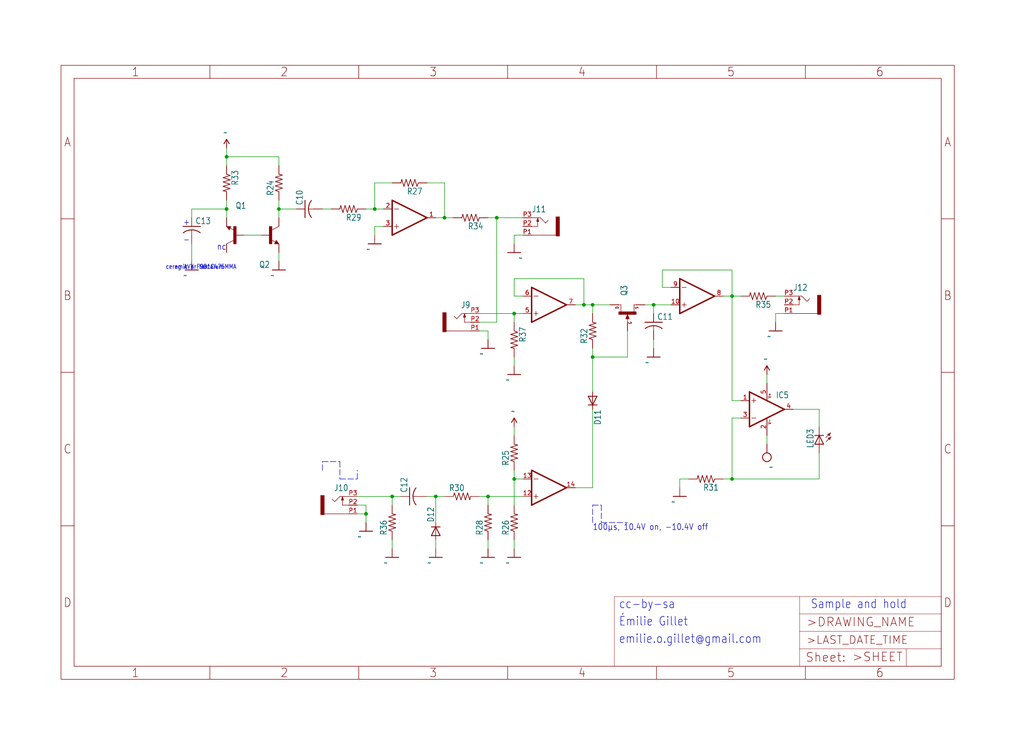
<source format=kicad_sch>
(kicad_sch (version 20211123) (generator eeschema)
  (paper "User" 298.45 217.881)
  (lib_symbols
    (symbol "kinks-eagle-import:-NPN-SOT23-BEC"
      (property "Reference" "T" (at -10.16 7.62 0))
      (property "Value" "-NPN-SOT23-BEC" (at -10.16 5.08 0))
      (symbol "-NPN-SOT23-BEC_1_0"
        (rectangle (start -0.254 -2.54) (end 0.508 2.54) (fill (type outline)))
        (polyline (pts (xy 1.27 -2.54) (xy 1.778 -1.524)) (stroke (width 0.1524)))
        (polyline (pts (xy 1.524 -2.413) (xy 2.286 -2.413)) (stroke (width 0.254)))
        (polyline (pts (xy 1.524 -2.286) (xy 1.905 -2.286)) (stroke (width 0.254)))
        (polyline (pts (xy 1.54 -2.04) (xy 0.308 -1.424)) (stroke (width 0.1524)))
        (polyline (pts (xy 1.778 -1.778) (xy 1.524 -2.286)) (stroke (width 0.254)))
        (polyline (pts (xy 1.778 -1.524) (xy 2.54 -2.54)) (stroke (width 0.1524)))
        (polyline (pts (xy 1.905 -2.286) (xy 1.778 -2.032)) (stroke (width 0.254)))
        (polyline (pts (xy 2.286 -2.413) (xy 1.778 -1.778)) (stroke (width 0.254)))
        (polyline (pts (xy 2.54 -2.54) (xy 1.27 -2.54)) (stroke (width 0.1524)))
        (polyline (pts (xy 2.54 2.54) (xy 0.508 1.524)) (stroke (width 0.1524)))
        (pin passive line (at -2.54 0 0) (length 2.54) (name "B") (number "B"))
        (pin passive line (at 2.54 5.08 270) (length 2.54) (name "C") (number "C"))
        (pin passive line (at 2.54 -5.08 90) (length 2.54) (name "E") (number "E"))
      )
    )
    (symbol "kinks-eagle-import:A4L-LOC"
      (symbol "A4L-LOC_1_0"
        (polyline (pts (xy 0 44.7675) (xy 3.81 44.7675)))
        (polyline (pts (xy 0 89.535) (xy 3.81 89.535)))
        (polyline (pts (xy 0 134.3025) (xy 3.81 134.3025)))
        (polyline (pts (xy 3.81 3.81) (xy 3.81 175.26)))
        (polyline (pts (xy 43.3917 0) (xy 43.3917 3.81)))
        (polyline (pts (xy 43.3917 175.26) (xy 43.3917 179.07)))
        (polyline (pts (xy 86.7833 0) (xy 86.7833 3.81)))
        (polyline (pts (xy 86.7833 175.26) (xy 86.7833 179.07)))
        (polyline (pts (xy 130.175 0) (xy 130.175 3.81)))
        (polyline (pts (xy 130.175 175.26) (xy 130.175 179.07)))
        (polyline (pts (xy 161.29 3.81) (xy 161.29 24.13)) (stroke (width 0.1016)))
        (polyline (pts (xy 161.29 24.13) (xy 215.265 24.13)) (stroke (width 0.1016)))
        (polyline (pts (xy 173.5667 0) (xy 173.5667 3.81)))
        (polyline (pts (xy 173.5667 175.26) (xy 173.5667 179.07)))
        (polyline (pts (xy 215.265 8.89) (xy 215.265 3.81)) (stroke (width 0.1016)))
        (polyline (pts (xy 215.265 8.89) (xy 215.265 13.97)) (stroke (width 0.1016)))
        (polyline (pts (xy 215.265 13.97) (xy 215.265 19.05)) (stroke (width 0.1016)))
        (polyline (pts (xy 215.265 13.97) (xy 256.54 13.97)) (stroke (width 0.1016)))
        (polyline (pts (xy 215.265 19.05) (xy 215.265 24.13)) (stroke (width 0.1016)))
        (polyline (pts (xy 215.265 19.05) (xy 256.54 19.05)) (stroke (width 0.1016)))
        (polyline (pts (xy 215.265 24.13) (xy 256.54 24.13)) (stroke (width 0.1016)))
        (polyline (pts (xy 216.9583 0) (xy 216.9583 3.81)))
        (polyline (pts (xy 216.9583 175.26) (xy 216.9583 179.07)))
        (polyline (pts (xy 246.38 3.81) (xy 246.38 8.89)) (stroke (width 0.1016)))
        (polyline (pts (xy 246.38 8.89) (xy 215.265 8.89)) (stroke (width 0.1016)))
        (polyline (pts (xy 246.38 8.89) (xy 256.54 8.89)) (stroke (width 0.1016)))
        (polyline (pts (xy 256.54 3.81) (xy 3.81 3.81)))
        (polyline (pts (xy 256.54 3.81) (xy 256.54 8.89)) (stroke (width 0.1016)))
        (polyline (pts (xy 256.54 3.81) (xy 256.54 175.26)))
        (polyline (pts (xy 256.54 8.89) (xy 256.54 13.97)) (stroke (width 0.1016)))
        (polyline (pts (xy 256.54 13.97) (xy 256.54 19.05)) (stroke (width 0.1016)))
        (polyline (pts (xy 256.54 19.05) (xy 256.54 24.13)) (stroke (width 0.1016)))
        (polyline (pts (xy 256.54 44.7675) (xy 260.35 44.7675)))
        (polyline (pts (xy 256.54 89.535) (xy 260.35 89.535)))
        (polyline (pts (xy 256.54 134.3025) (xy 260.35 134.3025)))
        (polyline (pts (xy 256.54 175.26) (xy 3.81 175.26)))
        (polyline (pts (xy 0 0) (xy 260.35 0) (xy 260.35 179.07) (xy 0 179.07) (xy 0 0)))
        (text "1" (at 21.6958 1.905 0) (effects (font (size 2.54 2.286))))
        (text "1" (at 21.6958 177.165 0) (effects (font (size 2.54 2.286))))
        (text "2" (at 65.0875 1.905 0) (effects (font (size 2.54 2.286))))
        (text "2" (at 65.0875 177.165 0) (effects (font (size 2.54 2.286))))
        (text "3" (at 108.4792 1.905 0) (effects (font (size 2.54 2.286))))
        (text "3" (at 108.4792 177.165 0) (effects (font (size 2.54 2.286))))
        (text "4" (at 151.8708 1.905 0) (effects (font (size 2.54 2.286))))
        (text "4" (at 151.8708 177.165 0) (effects (font (size 2.54 2.286))))
        (text "5" (at 195.2625 1.905 0) (effects (font (size 2.54 2.286))))
        (text "5" (at 195.2625 177.165 0) (effects (font (size 2.54 2.286))))
        (text "6" (at 238.6542 1.905 0) (effects (font (size 2.54 2.286))))
        (text "6" (at 238.6542 177.165 0) (effects (font (size 2.54 2.286))))
        (text ">DRAWING_NAME" (at 217.17 15.24 0) (effects (font (size 2.54 2.54)) (justify left bottom)))
        (text ">LAST_DATE_TIME" (at 217.17 10.16 0) (effects (font (size 2.286 2.286)) (justify left bottom)))
        (text ">SHEET" (at 230.505 5.08 0) (effects (font (size 2.54 2.54)) (justify left bottom)))
        (text "A" (at 1.905 156.6863 0) (effects (font (size 2.54 2.286))))
        (text "A" (at 258.445 156.6863 0) (effects (font (size 2.54 2.286))))
        (text "B" (at 1.905 111.9188 0) (effects (font (size 2.54 2.286))))
        (text "B" (at 258.445 111.9188 0) (effects (font (size 2.54 2.286))))
        (text "C" (at 1.905 67.1513 0) (effects (font (size 2.54 2.286))))
        (text "C" (at 258.445 67.1513 0) (effects (font (size 2.54 2.286))))
        (text "D" (at 1.905 22.3838 0) (effects (font (size 2.54 2.286))))
        (text "D" (at 258.445 22.3838 0) (effects (font (size 2.54 2.286))))
        (text "Sheet:" (at 216.916 4.953 0) (effects (font (size 2.54 2.54)) (justify left bottom)))
      )
    )
    (symbol "kinks-eagle-import:C-USC0402"
      (property "Reference" "C" (at 1.016 0.635 0))
      (property "Value" "C-USC0402" (at 1.016 -4.191 0))
      (symbol "C-USC0402_1_0"
        (arc (start 0 -1.0161) (mid -1.302 -1.2303) (end -2.4668 -1.8504) (stroke (width 0.254)))
        (polyline (pts (xy -2.54 0) (xy 2.54 0)) (stroke (width 0.254)))
        (polyline (pts (xy 0 -1.016) (xy 0 -2.54)) (stroke (width 0.1524)))
        (arc (start 2.4892 -1.8542) (mid 1.3158 -1.2195) (end 0 -1) (stroke (width 0.254)))
        (pin passive line (at 0 2.54 270) (length 2.54) (name "1") (number "1"))
        (pin passive line (at 0 -5.08 90) (length 2.54) (name "2") (number "2"))
      )
    )
    (symbol "kinks-eagle-import:C-USC0603"
      (property "Reference" "C" (at 1.016 0.635 0))
      (property "Value" "C-USC0603" (at 1.016 -4.191 0))
      (symbol "C-USC0603_1_0"
        (arc (start 0 -1.0161) (mid -1.302 -1.2303) (end -2.4668 -1.8504) (stroke (width 0.254)))
        (polyline (pts (xy -2.54 0) (xy 2.54 0)) (stroke (width 0.254)))
        (polyline (pts (xy 0 -1.016) (xy 0 -2.54)) (stroke (width 0.1524)))
        (arc (start 2.4892 -1.8542) (mid 1.3158 -1.2195) (end 0 -1) (stroke (width 0.254)))
        (pin passive line (at 0 2.54 270) (length 2.54) (name "1") (number "1"))
        (pin passive line (at 0 -5.08 90) (length 2.54) (name "2") (number "2"))
      )
    )
    (symbol "kinks-eagle-import:DIODE-SOD523"
      (property "Reference" "D" (at 2.54 0.4826 0))
      (property "Value" "DIODE-SOD523" (at 2.54 -2.3114 0))
      (symbol "DIODE-SOD523_1_0"
        (polyline (pts (xy -1.27 -1.27) (xy 1.27 0)) (stroke (width 0.254)))
        (polyline (pts (xy -1.27 1.27) (xy -1.27 -1.27)) (stroke (width 0.254)))
        (polyline (pts (xy 1.27 0) (xy -1.27 1.27)) (stroke (width 0.254)))
        (polyline (pts (xy 1.27 0) (xy 1.27 -1.27)) (stroke (width 0.254)))
        (polyline (pts (xy 1.27 1.27) (xy 1.27 0)) (stroke (width 0.254)))
        (pin passive line (at -2.54 0 0) (length 2.54) (name "A") (number "A"))
        (pin passive line (at 2.54 0 180) (length 2.54) (name "C") (number "C"))
      )
    )
    (symbol "kinks-eagle-import:GND" (power)
      (property "Value" "GND" (at -2.54 -2.54 0))
      (symbol "GND_1_0"
        (polyline (pts (xy -1.905 0) (xy 1.905 0)) (stroke (width 0.254)))
        (pin power_in line (at 0 2.54 270) (length 2.54) (name "GND") (number "1"))
      )
    )
    (symbol "kinks-eagle-import:LED3MM"
      (property "Reference" "LED" (at 3.556 -4.572 90))
      (property "Value" "LED3MM" (at 5.715 -4.572 90))
      (symbol "LED3MM_1_0"
        (polyline (pts (xy -2.032 -0.762) (xy -3.429 -2.159)) (stroke (width 0.1524)))
        (polyline (pts (xy -1.905 -1.905) (xy -3.302 -3.302)) (stroke (width 0.1524)))
        (polyline (pts (xy 0 -2.54) (xy -1.27 -2.54)) (stroke (width 0.254)))
        (polyline (pts (xy 0 -2.54) (xy -1.27 0)) (stroke (width 0.254)))
        (polyline (pts (xy 0 0) (xy -1.27 0)) (stroke (width 0.254)))
        (polyline (pts (xy 0 0) (xy 0 -2.54)) (stroke (width 0.1524)))
        (polyline (pts (xy 1.27 -2.54) (xy 0 -2.54)) (stroke (width 0.254)))
        (polyline (pts (xy 1.27 0) (xy 0 -2.54)) (stroke (width 0.254)))
        (polyline (pts (xy 1.27 0) (xy 0 0)) (stroke (width 0.254)))
        (polyline (pts (xy -3.429 -2.159) (xy -3.048 -1.27) (xy -2.54 -1.778)) (fill (type outline)))
        (polyline (pts (xy -3.302 -3.302) (xy -2.921 -2.413) (xy -2.413 -2.921)) (fill (type outline)))
        (pin passive line (at 0 2.54 270) (length 2.54) (name "A") (number "A"))
        (pin passive line (at 0 -5.08 90) (length 2.54) (name "C") (number "K"))
      )
    )
    (symbol "kinks-eagle-import:LM321?MF"
      (property "Reference" "IC" (at 2.54 3.175 0))
      (property "Value" "LM321?MF" (at 2.54 -5.08 0))
      (symbol "LM321?MF_1_0"
        (polyline (pts (xy -5.08 -5.08) (xy 5.08 0)) (stroke (width 0.4064)))
        (polyline (pts (xy -5.08 5.08) (xy -5.08 -5.08)) (stroke (width 0.4064)))
        (polyline (pts (xy -4.445 -2.54) (xy -3.175 -2.54)) (stroke (width 0.1524)))
        (polyline (pts (xy -4.445 2.54) (xy -3.175 2.54)) (stroke (width 0.1524)))
        (polyline (pts (xy -3.81 3.175) (xy -3.81 1.905)) (stroke (width 0.1524)))
        (polyline (pts (xy 5.08 0) (xy -5.08 5.08)) (stroke (width 0.4064)))
        (text "V+" (at 1.27 3.175 900) (effects (font (size 0.8128 0.6908)) (justify left bottom)))
        (text "V-" (at 1.27 -4.445 900) (effects (font (size 0.8128 0.6908)) (justify left bottom)))
        (pin input line (at -7.62 2.54 0) (length 2.54) (name "+IN") (number "1"))
        (pin power_in line (at 0 -7.62 90) (length 5.08) (name "V-") (number "2"))
        (pin input line (at -7.62 -2.54 0) (length 2.54) (name "-IN") (number "3"))
        (pin output line (at 7.62 0 180) (length 2.54) (name "OUT") (number "4"))
        (pin power_in line (at 0 7.62 270) (length 5.08) (name "V+") (number "5"))
      )
    )
    (symbol "kinks-eagle-import:MMBFJ3"
      (property "Reference" "Q" (at 5.08 0 0))
      (property "Value" "MMBFJ3" (at 5.08 -2.54 0))
      (symbol "MMBFJ3_1_0"
        (rectangle (start -0.254 -2.54) (end 0.508 2.54) (fill (type outline)))
        (polyline (pts (xy -2.54 0) (xy -0.762 0)) (stroke (width 0.1524)))
        (polyline (pts (xy -1.524 -0.508) (xy -0.254 0)) (stroke (width 0.1524)))
        (polyline (pts (xy -1.524 0.508) (xy -1.524 -0.508)) (stroke (width 0.1524)))
        (polyline (pts (xy -1.397 -0.254) (xy -0.762 0)) (stroke (width 0.3048)))
        (polyline (pts (xy -1.397 0.254) (xy -1.397 -0.254)) (stroke (width 0.3048)))
        (polyline (pts (xy -0.762 0) (xy -0.635 0)) (stroke (width 0.1524)))
        (polyline (pts (xy -0.635 0) (xy -1.397 0.254)) (stroke (width 0.3048)))
        (polyline (pts (xy -0.635 0) (xy -0.254 0)) (stroke (width 0.1524)))
        (polyline (pts (xy -0.254 0) (xy -1.524 0.508)) (stroke (width 0.1524)))
        (polyline (pts (xy 2.54 -2.54) (xy 2.54 -1.905)) (stroke (width 0.1524)))
        (polyline (pts (xy 2.54 -1.905) (xy 0.5334 -1.905)) (stroke (width 0.1524)))
        (polyline (pts (xy 2.54 1.905) (xy 0.508 1.905)) (stroke (width 0.1524)))
        (polyline (pts (xy 2.54 2.667) (xy 2.54 1.905)) (stroke (width 0.1524)))
        (text "D" (at 1.27 2.54 0) (effects (font (size 0.8128 0.6908)) (justify left bottom)))
        (text "G" (at -3.175 -1.27 0) (effects (font (size 0.8128 0.6908)) (justify left bottom)))
        (text "S" (at 1.27 -3.175 0) (effects (font (size 0.8128 0.6908)) (justify left bottom)))
        (pin passive line (at 2.54 5.08 270) (length 2.54) (name "D") (number "1"))
        (pin passive line (at 2.54 -5.08 90) (length 2.54) (name "S") (number "2"))
        (pin passive line (at -5.08 0 0) (length 2.54) (name "G") (number "3"))
      )
    )
    (symbol "kinks-eagle-import:PJ301_THONKICONN6"
      (property "Reference" "J" (at -2.54 4.064 0))
      (symbol "PJ301_THONKICONN6_1_0"
        (polyline (pts (xy -2.54 -2.54) (xy 4.572 -2.54)) (stroke (width 0.1524)))
        (polyline (pts (xy -2.54 0) (xy -0.762 0)) (stroke (width 0.1524)))
        (polyline (pts (xy -2.54 2.54) (xy 0 2.54)) (stroke (width 0.1524)))
        (polyline (pts (xy -1.016 1.524) (xy -0.508 1.524)) (stroke (width 0.254)))
        (polyline (pts (xy -0.762 0) (xy -0.762 2.286)) (stroke (width 0.1524)))
        (polyline (pts (xy -0.762 2.286) (xy -1.016 1.524)) (stroke (width 0.254)))
        (polyline (pts (xy -0.508 1.524) (xy -0.762 2.286)) (stroke (width 0.254)))
        (polyline (pts (xy 0 2.54) (xy 1.524 1.016)) (stroke (width 0.1524)))
        (polyline (pts (xy 1.524 1.016) (xy 2.286 1.778)) (stroke (width 0.1524)))
        (rectangle (start 4.572 2.794) (end 5.588 -2.794) (fill (type outline)))
        (pin passive line (at -5.08 -2.54 0) (length 2.54) (name "1") (number "P1"))
        (pin passive line (at -5.08 0 0) (length 2.54) (name "2") (number "P2"))
        (pin passive line (at -5.08 2.54 0) (length 2.54) (name "3") (number "P3"))
      )
    )
    (symbol "kinks-eagle-import:R-US_R0402"
      (property "Reference" "R" (at -3.81 1.4986 0))
      (property "Value" "R-US_R0402" (at -3.81 -3.302 0))
      (symbol "R-US_R0402_1_0"
        (polyline (pts (xy -2.54 0) (xy -2.159 1.016)) (stroke (width 0.2032)))
        (polyline (pts (xy -2.159 1.016) (xy -1.524 -1.016)) (stroke (width 0.2032)))
        (polyline (pts (xy -1.524 -1.016) (xy -0.889 1.016)) (stroke (width 0.2032)))
        (polyline (pts (xy -0.889 1.016) (xy -0.254 -1.016)) (stroke (width 0.2032)))
        (polyline (pts (xy -0.254 -1.016) (xy 0.381 1.016)) (stroke (width 0.2032)))
        (polyline (pts (xy 0.381 1.016) (xy 1.016 -1.016)) (stroke (width 0.2032)))
        (polyline (pts (xy 1.016 -1.016) (xy 1.651 1.016)) (stroke (width 0.2032)))
        (polyline (pts (xy 1.651 1.016) (xy 2.286 -1.016)) (stroke (width 0.2032)))
        (polyline (pts (xy 2.286 -1.016) (xy 2.54 0)) (stroke (width 0.2032)))
        (pin passive line (at -5.08 0 0) (length 2.54) (name "1") (number "1"))
        (pin passive line (at 5.08 0 180) (length 2.54) (name "2") (number "2"))
      )
    )
    (symbol "kinks-eagle-import:TL074PW"
      (symbol "TL074PW_1_0"
        (polyline (pts (xy -5.08 -5.08) (xy 5.08 0)) (stroke (width 0.4064)))
        (polyline (pts (xy -5.08 5.08) (xy -5.08 -5.08)) (stroke (width 0.4064)))
        (polyline (pts (xy -4.445 -2.54) (xy -3.175 -2.54)) (stroke (width 0.1524)))
        (polyline (pts (xy -4.445 2.54) (xy -3.175 2.54)) (stroke (width 0.1524)))
        (polyline (pts (xy -3.81 3.175) (xy -3.81 1.905)) (stroke (width 0.1524)))
        (polyline (pts (xy 5.08 0) (xy -5.08 5.08)) (stroke (width 0.4064)))
        (pin output line (at 7.62 0 180) (length 2.54) (name "OUT") (number "1"))
        (pin input line (at -7.62 -2.54 0) (length 2.54) (name "-IN") (number "2"))
        (pin input line (at -7.62 2.54 0) (length 2.54) (name "+IN") (number "3"))
      )
      (symbol "TL074PW_2_0"
        (polyline (pts (xy -5.08 -5.08) (xy 5.08 0)) (stroke (width 0.4064)))
        (polyline (pts (xy -5.08 5.08) (xy -5.08 -5.08)) (stroke (width 0.4064)))
        (polyline (pts (xy -4.445 -2.54) (xy -3.175 -2.54)) (stroke (width 0.1524)))
        (polyline (pts (xy -4.445 2.54) (xy -3.175 2.54)) (stroke (width 0.1524)))
        (polyline (pts (xy -3.81 3.175) (xy -3.81 1.905)) (stroke (width 0.1524)))
        (polyline (pts (xy 5.08 0) (xy -5.08 5.08)) (stroke (width 0.4064)))
        (pin input line (at -7.62 2.54 0) (length 2.54) (name "+IN") (number "5"))
        (pin input line (at -7.62 -2.54 0) (length 2.54) (name "-IN") (number "6"))
        (pin output line (at 7.62 0 180) (length 2.54) (name "OUT") (number "7"))
      )
      (symbol "TL074PW_3_0"
        (polyline (pts (xy -5.08 -5.08) (xy 5.08 0)) (stroke (width 0.4064)))
        (polyline (pts (xy -5.08 5.08) (xy -5.08 -5.08)) (stroke (width 0.4064)))
        (polyline (pts (xy -4.445 -2.54) (xy -3.175 -2.54)) (stroke (width 0.1524)))
        (polyline (pts (xy -4.445 2.54) (xy -3.175 2.54)) (stroke (width 0.1524)))
        (polyline (pts (xy -3.81 3.175) (xy -3.81 1.905)) (stroke (width 0.1524)))
        (polyline (pts (xy 5.08 0) (xy -5.08 5.08)) (stroke (width 0.4064)))
        (pin input line (at -7.62 2.54 0) (length 2.54) (name "+IN") (number "10"))
        (pin output line (at 7.62 0 180) (length 2.54) (name "OUT") (number "8"))
        (pin input line (at -7.62 -2.54 0) (length 2.54) (name "-IN") (number "9"))
      )
      (symbol "TL074PW_4_0"
        (polyline (pts (xy -5.08 -5.08) (xy 5.08 0)) (stroke (width 0.4064)))
        (polyline (pts (xy -5.08 5.08) (xy -5.08 -5.08)) (stroke (width 0.4064)))
        (polyline (pts (xy -4.445 -2.54) (xy -3.175 -2.54)) (stroke (width 0.1524)))
        (polyline (pts (xy -4.445 2.54) (xy -3.175 2.54)) (stroke (width 0.1524)))
        (polyline (pts (xy -3.81 3.175) (xy -3.81 1.905)) (stroke (width 0.1524)))
        (polyline (pts (xy 5.08 0) (xy -5.08 5.08)) (stroke (width 0.4064)))
        (pin input line (at -7.62 2.54 0) (length 2.54) (name "+IN") (number "12"))
        (pin input line (at -7.62 -2.54 0) (length 2.54) (name "-IN") (number "13"))
        (pin output line (at 7.62 0 180) (length 2.54) (name "OUT") (number "14"))
      )
      (symbol "TL074PW_5_0"
        (text "V+" (at 1.27 3.175 900) (effects (font (size 0.8128 0.6908)) (justify left bottom)))
        (text "V-" (at 1.27 -4.445 900) (effects (font (size 0.8128 0.6908)) (justify left bottom)))
        (pin power_in line (at 0 -7.62 90) (length 5.08) (name "V-") (number "11"))
        (pin power_in line (at 0 7.62 270) (length 5.08) (name "V+") (number "4"))
      )
    )
    (symbol "kinks-eagle-import:VCC" (power)
      (property "Value" "VCC" (at -1.016 3.556 0))
      (symbol "VCC_1_0"
        (polyline (pts (xy 0 2.54) (xy -0.762 1.27)) (stroke (width 0.254)))
        (polyline (pts (xy 0.762 1.27) (xy 0 2.54)) (stroke (width 0.254)))
        (pin power_in line (at 0 0 90) (length 2.54) (name "VCC") (number "1"))
      )
    )
    (symbol "kinks-eagle-import:VEE" (power)
      (property "Value" "VEE" (at -1.905 3.175 0))
      (symbol "VEE_1_0"
        (circle (center 0 1.27) (radius 1.27) (stroke (width 0.254)))
        (pin power_in line (at 0 -2.54 90) (length 2.54) (name "VEE") (number "1"))
      )
    )
  )
  (junction (at 109.22 60.96))
  (junction (at 213.36 86.36))
  (junction (at 213.36 139.7))
  (junction (at 66.04 60.96))
  (junction (at 172.72 104.14))
  (junction (at 149.86 91.44))
  (junction (at 66.04 45.72))
  (junction (at 81.28 60.96))
  (junction (at 190.5 88.9))
  (junction (at 127 144.78))
  (junction (at 106.68 149.86))
  (junction (at 144.78 63.5))
  (junction (at 149.86 139.7))
  (junction (at 114.3 144.78))
  (junction (at 172.72 88.9))
  (junction (at 170.18 88.9))
  (junction (at 142.24 144.78))
  (junction (at 129.54 63.5))
  (wire (pts (xy 66.04 45.72) (xy 66.04 43.18)))
  (wire (pts (xy 55.88 60.96) (xy 66.04 60.96)))
  (wire (pts (xy 129.54 53.34) (xy 129.54 63.5)))
  (wire (pts (xy 152.4 86.36) (xy 149.86 86.36)))
  (wire (pts (xy 142.24 144.78) (xy 142.24 147.32)))
  (wire (pts (xy 71.12 68.58) (xy 76.2 68.58)))
  (wire (pts (xy 149.86 86.36) (xy 149.86 81.28)))
  (wire (pts (xy 139.7 91.44) (xy 149.86 91.44)))
  (wire (pts (xy 66.04 63.5) (xy 66.04 60.96)))
  (wire (pts (xy 139.7 144.78) (xy 142.24 144.78)))
  (wire (pts (xy 213.36 86.36) (xy 210.82 86.36)))
  (wire (pts (xy 200.66 139.7) (xy 198.12 139.7)))
  (wire (pts (xy 172.72 114.3) (xy 172.72 104.14)))
  (wire (pts (xy 106.68 147.32) (xy 106.68 149.86)))
  (wire (pts (xy 114.3 157.48) (xy 114.3 160.02)))
  (wire (pts (xy 104.14 149.86) (xy 106.68 149.86)))
  (wire (pts (xy 116.84 144.78) (xy 114.3 144.78)))
  (wire (pts (xy 170.18 81.28) (xy 170.18 88.9)))
  (wire (pts (xy 152.4 139.7) (xy 149.86 139.7)))
  (wire (pts (xy 238.76 119.38) (xy 238.76 124.46)))
  (wire (pts (xy 172.72 91.44) (xy 172.72 88.9)))
  (wire (pts (xy 114.3 53.34) (xy 109.22 53.34)))
  (wire (pts (xy 149.86 93.98) (xy 149.86 91.44)))
  (wire (pts (xy 195.58 83.82) (xy 193.04 83.82)))
  (wire (pts (xy 170.18 88.9) (xy 172.72 88.9)))
  (polyline (pts (xy 93.98 134.62) (xy 99.06 134.62)))
  (wire (pts (xy 139.7 96.52) (xy 142.24 96.52)))
  (wire (pts (xy 190.5 88.9) (xy 195.58 88.9)))
  (wire (pts (xy 149.86 139.7) (xy 149.86 147.32)))
  (wire (pts (xy 167.64 142.24) (xy 172.72 142.24)))
  (polyline (pts (xy 104.14 139.7) (xy 104.14 137.16)))
  (wire (pts (xy 213.36 116.84) (xy 213.36 86.36)))
  (wire (pts (xy 213.36 139.7) (xy 213.36 121.92)))
  (wire (pts (xy 81.28 73.66) (xy 81.28 76.2)))
  (wire (pts (xy 96.52 60.96) (xy 93.98 60.96)))
  (wire (pts (xy 109.22 66.04) (xy 109.22 68.58)))
  (wire (pts (xy 172.72 142.24) (xy 172.72 119.38)))
  (wire (pts (xy 223.52 111.76) (xy 223.52 109.22)))
  (wire (pts (xy 144.78 93.98) (xy 144.78 63.5)))
  (wire (pts (xy 231.14 119.38) (xy 238.76 119.38)))
  (wire (pts (xy 149.86 104.14) (xy 149.86 106.68)))
  (wire (pts (xy 213.36 78.74) (xy 213.36 86.36)))
  (wire (pts (xy 210.82 139.7) (xy 213.36 139.7)))
  (wire (pts (xy 193.04 78.74) (xy 213.36 78.74)))
  (wire (pts (xy 81.28 63.5) (xy 81.28 60.96)))
  (wire (pts (xy 114.3 144.78) (xy 104.14 144.78)))
  (wire (pts (xy 172.72 104.14) (xy 182.88 104.14)))
  (polyline (pts (xy 172.72 152.4) (xy 172.72 147.32)))
  (wire (pts (xy 127 144.78) (xy 129.54 144.78)))
  (wire (pts (xy 109.22 60.96) (xy 106.68 60.96)))
  (wire (pts (xy 190.5 88.9) (xy 190.5 91.44)))
  (wire (pts (xy 142.24 96.52) (xy 142.24 99.06)))
  (wire (pts (xy 187.96 88.9) (xy 190.5 88.9)))
  (wire (pts (xy 66.04 60.96) (xy 66.04 58.42)))
  (polyline (pts (xy 175.26 147.32) (xy 175.26 152.4)))
  (wire (pts (xy 226.06 86.36) (xy 228.6 86.36)))
  (wire (pts (xy 149.86 81.28) (xy 170.18 81.28)))
  (wire (pts (xy 149.86 139.7) (xy 149.86 137.16)))
  (polyline (pts (xy 99.06 134.62) (xy 99.06 139.7)))
  (wire (pts (xy 114.3 147.32) (xy 114.3 144.78)))
  (wire (pts (xy 124.46 53.34) (xy 129.54 53.34)))
  (wire (pts (xy 213.36 121.92) (xy 215.9 121.92)))
  (wire (pts (xy 198.12 139.7) (xy 198.12 142.24)))
  (wire (pts (xy 152.4 68.58) (xy 149.86 68.58)))
  (wire (pts (xy 142.24 63.5) (xy 144.78 63.5)))
  (wire (pts (xy 127 63.5) (xy 129.54 63.5)))
  (wire (pts (xy 149.86 91.44) (xy 152.4 91.44)))
  (wire (pts (xy 55.88 71.12) (xy 55.88 76.2)))
  (wire (pts (xy 109.22 53.34) (xy 109.22 60.96)))
  (wire (pts (xy 238.76 132.08) (xy 238.76 139.7)))
  (wire (pts (xy 127 160.02) (xy 127 157.48)))
  (wire (pts (xy 226.06 91.44) (xy 226.06 93.98)))
  (polyline (pts (xy 99.06 139.7) (xy 104.14 139.7)))
  (wire (pts (xy 172.72 88.9) (xy 177.8 88.9)))
  (wire (pts (xy 111.76 66.04) (xy 109.22 66.04)))
  (wire (pts (xy 172.72 101.6) (xy 172.72 104.14)))
  (wire (pts (xy 190.5 99.06) (xy 190.5 101.6)))
  (wire (pts (xy 193.04 83.82) (xy 193.04 78.74)))
  (wire (pts (xy 129.54 63.5) (xy 132.08 63.5)))
  (wire (pts (xy 170.18 88.9) (xy 167.64 88.9)))
  (polyline (pts (xy 175.26 152.4) (xy 182.88 152.4)))
  (wire (pts (xy 106.68 149.86) (xy 106.68 152.4)))
  (wire (pts (xy 213.36 86.36) (xy 215.9 86.36)))
  (wire (pts (xy 144.78 93.98) (xy 139.7 93.98)))
  (wire (pts (xy 149.86 127) (xy 149.86 124.46)))
  (wire (pts (xy 215.9 116.84) (xy 213.36 116.84)))
  (wire (pts (xy 182.88 104.14) (xy 182.88 96.52)))
  (wire (pts (xy 81.28 45.72) (xy 81.28 48.26)))
  (wire (pts (xy 142.24 157.48) (xy 142.24 160.02)))
  (wire (pts (xy 228.6 91.44) (xy 226.06 91.44)))
  (wire (pts (xy 86.36 60.96) (xy 81.28 60.96)))
  (wire (pts (xy 104.14 147.32) (xy 106.68 147.32)))
  (polyline (pts (xy 93.98 137.16) (xy 93.98 134.62)))
  (wire (pts (xy 127 144.78) (xy 127 152.4)))
  (wire (pts (xy 238.76 139.7) (xy 213.36 139.7)))
  (wire (pts (xy 149.86 68.58) (xy 149.86 71.12)))
  (wire (pts (xy 66.04 45.72) (xy 81.28 45.72)))
  (wire (pts (xy 55.88 63.5) (xy 55.88 60.96)))
  (wire (pts (xy 109.22 60.96) (xy 111.76 60.96)))
  (wire (pts (xy 149.86 157.48) (xy 149.86 160.02)))
  (polyline (pts (xy 172.72 147.32) (xy 175.26 147.32)))
  (wire (pts (xy 66.04 48.26) (xy 66.04 45.72)))
  (wire (pts (xy 142.24 144.78) (xy 152.4 144.78)))
  (wire (pts (xy 223.52 127) (xy 223.52 129.54)))
  (wire (pts (xy 124.46 144.78) (xy 127 144.78)))
  (wire (pts (xy 144.78 63.5) (xy 152.4 63.5)))
  (wire (pts (xy 81.28 60.96) (xy 81.28 58.42)))
  (text "ceramic or tantalum" (at 48.26 78.74 180) (effects (font (size 1.27 1.0795)) (justify left bottom)))
  (text "eg AVX F981C475MMA" (at 50.8 78.74 180) (effects (font (size 1.27 1.0795)) (justify left bottom)))
  (text "Sample and hold" (at 236.22 177.8 180) (effects (font (size 2.54 2.159)) (justify left bottom)))
  (text "cc-by-sa" (at 180.34 177.8 180) (effects (font (size 2.54 2.159)) (justify left bottom)))
  (text "-" (at 53.34 71.12 180) (effects (font (size 1.778 1.5113)) (justify left bottom)))
  (text "nc" (at 66.04 71.12 180) (effects (font (size 1.778 1.5113)) (justify right top)))
  (text "+" (at 53.34 66.04 180) (effects (font (size 1.778 1.5113)) (justify left bottom)))
  (text "Émilie Gillet" (at 180.34 182.88 180) (effects (font (size 2.54 2.159)) (justify left bottom)))
  (text "100µs, 10.4V on, -10.4V off" (at 172.72 154.94 180) (effects (font (size 1.778 1.5113)) (justify left bottom)))
  (text "emilie.o.gillet@gmail.com" (at 180.34 187.96 180) (effects (font (size 2.54 2.159)) (justify left bottom)))
  (symbol (lib_id "kinks-eagle-import:PJ301_THONKICONN6") (at 99.06 147.32 0) (mirror y) (unit 1)
    (property "Reference" "J10" (at 101.6 143.256 0) (effects (font (size 1.778 1.5113)) (justify left bottom)))
  )
  (symbol (lib_id "kinks-eagle-import:LM321?MF") (at 223.52 119.38 0) (unit 1)
    (property "Reference" "IC5" (at 226.06 116.205 0) (effects (font (size 1.778 1.5113)) (justify left bottom)))
  )
  (symbol (lib_id "kinks-eagle-import:GND") (at 198.12 144.78 0) (unit 1)
    (property "Reference" "#GND12" (effects hide))
  )
  (symbol (lib_id "kinks-eagle-import:R-US_R0402") (at 172.72 96.52 90) (unit 1)
    (property "Reference" "R32" (at 171.2214 100.33 0) (effects (font (size 1.778 1.5113)) (justify left bottom)))
  )
  (symbol (lib_id "kinks-eagle-import:R-US_R0402") (at 66.04 53.34 270) (unit 1)
    (property "Reference" "R33" (at 67.5386 49.53 0) (effects (font (size 1.778 1.5113)) (justify left bottom)))
  )
  (symbol (lib_id "kinks-eagle-import:-NPN-SOT23-BEC") (at 78.74 68.58 0) (unit 1)
    (property "Reference" "Q1" (at 68.58 60.96 0) (effects (font (size 1.778 1.5113)) (justify left bottom)))
  )
  (symbol (lib_id "kinks-eagle-import:GND") (at 109.22 71.12 0) (unit 1)
    (property "Reference" "#GND5" (effects hide))
  )
  (symbol (lib_id "kinks-eagle-import:R-US_R0402") (at 114.3 152.4 90) (unit 1)
    (property "Reference" "R36" (at 112.8014 156.21 0) (effects (font (size 1.778 1.5113)) (justify left bottom)))
  )
  (symbol (lib_id "kinks-eagle-import:GND") (at 149.86 73.66 0) (mirror y) (unit 1)
    (property "Reference" "#GND15" (effects hide))
  )
  (symbol (lib_id "kinks-eagle-import:GND") (at 55.88 78.74 0) (unit 1)
    (property "Reference" "#GND35" (effects hide))
  )
  (symbol (lib_id "kinks-eagle-import:VCC") (at 223.52 109.22 0) (unit 1)
    (property "Reference" "#P+6" (effects hide))
  )
  (symbol (lib_id "kinks-eagle-import:-NPN-SOT23-BEC") (at 68.58 68.58 180) (unit 1)
    (property "Reference" "Q2" (at 78.74 76.2 0) (effects (font (size 1.778 1.5113)) (justify left bottom)))
  )
  (symbol (lib_id "kinks-eagle-import:GND") (at 226.06 96.52 0) (unit 1)
    (property "Reference" "#GND18" (effects hide))
  )
  (symbol (lib_id "kinks-eagle-import:GND") (at 149.86 109.22 0) (unit 1)
    (property "Reference" "#GND29" (effects hide))
  )
  (symbol (lib_id "kinks-eagle-import:R-US_R0402") (at 205.74 139.7 180) (unit 1)
    (property "Reference" "R31" (at 209.55 141.1986 0) (effects (font (size 1.778 1.5113)) (justify left bottom)))
  )
  (symbol (lib_id "kinks-eagle-import:GND") (at 142.24 162.56 0) (unit 1)
    (property "Reference" "#GND33" (effects hide))
  )
  (symbol (lib_id "kinks-eagle-import:C-USC0402") (at 88.9 60.96 90) (unit 1)
    (property "Reference" "C10" (at 88.265 59.944 0) (effects (font (size 1.778 1.5113)) (justify left bottom)))
  )
  (symbol (lib_id "kinks-eagle-import:GND") (at 106.68 154.94 0) (unit 1)
    (property "Reference" "#GND16" (effects hide))
  )
  (symbol (lib_id "kinks-eagle-import:TL074PW") (at 160.02 142.24 0) (mirror x) (unit 4)
    (property "Reference" "IC4" (effects hide))
  )
  (symbol (lib_id "kinks-eagle-import:R-US_R0402") (at 149.86 99.06 270) (unit 1)
    (property "Reference" "R37" (at 151.3586 95.25 0) (effects (font (size 1.778 1.5113)) (justify left bottom)))
  )
  (symbol (lib_id "kinks-eagle-import:PJ301_THONKICONN6") (at 157.48 66.04 0) (unit 1)
    (property "Reference" "J11" (at 154.94 61.976 0) (effects (font (size 1.778 1.5113)) (justify left bottom)))
  )
  (symbol (lib_id "kinks-eagle-import:VCC") (at 66.04 43.18 0) (unit 1)
    (property "Reference" "#P+3" (effects hide))
  )
  (symbol (lib_id "kinks-eagle-import:TL074PW") (at 203.2 86.36 0) (mirror x) (unit 3)
    (property "Reference" "IC4" (effects hide))
  )
  (symbol (lib_id "kinks-eagle-import:MMBFJ3") (at 182.88 91.44 90) (unit 1)
    (property "Reference" "Q3" (at 182.88 86.36 0) (effects (font (size 1.778 1.5113)) (justify left bottom)))
  )
  (symbol (lib_id "kinks-eagle-import:R-US_R0402") (at 134.62 144.78 0) (unit 1)
    (property "Reference" "R30" (at 130.81 143.2814 0) (effects (font (size 1.778 1.5113)) (justify left bottom)))
  )
  (symbol (lib_id "kinks-eagle-import:C-USC0402") (at 119.38 144.78 90) (unit 1)
    (property "Reference" "C12" (at 118.745 143.764 0) (effects (font (size 1.778 1.5113)) (justify left bottom)))
  )
  (symbol (lib_id "kinks-eagle-import:A4L-LOC") (at 17.78 198.12 0) (unit 1)
    (property "Reference" "#FRAME5" (effects hide))
  )
  (symbol (lib_id "kinks-eagle-import:R-US_R0402") (at 142.24 152.4 90) (unit 1)
    (property "Reference" "R28" (at 140.7414 156.21 0) (effects (font (size 1.778 1.5113)) (justify left bottom)))
  )
  (symbol (lib_id "kinks-eagle-import:PJ301_THONKICONN6") (at 233.68 88.9 0) (unit 1)
    (property "Reference" "J12" (at 231.14 84.836 0) (effects (font (size 1.778 1.5113)) (justify left bottom)))
  )
  (symbol (lib_id "kinks-eagle-import:GND") (at 114.3 162.56 0) (unit 1)
    (property "Reference" "#GND31" (effects hide))
  )
  (symbol (lib_id "kinks-eagle-import:PJ301_THONKICONN6") (at 134.62 93.98 0) (mirror y) (unit 1)
    (property "Reference" "J9" (at 137.16 89.916 0) (effects (font (size 1.778 1.5113)) (justify left bottom)))
  )
  (symbol (lib_id "kinks-eagle-import:LED3MM") (at 238.76 129.54 180) (unit 1)
    (property "Reference" "LED3" (at 235.204 124.968 90) (effects (font (size 1.778 1.5113)) (justify left bottom)))
  )
  (symbol (lib_id "kinks-eagle-import:R-US_R0402") (at 101.6 60.96 180) (unit 1)
    (property "Reference" "R29" (at 105.41 62.4586 0) (effects (font (size 1.778 1.5113)) (justify left bottom)))
  )
  (symbol (lib_id "kinks-eagle-import:C-USC0603") (at 190.5 93.98 0) (unit 1)
    (property "Reference" "C11" (at 191.516 93.345 0) (effects (font (size 1.778 1.5113)) (justify left bottom)))
  )
  (symbol (lib_id "kinks-eagle-import:GND") (at 142.24 101.6 0) (unit 1)
    (property "Reference" "#GND19" (effects hide))
  )
  (symbol (lib_id "kinks-eagle-import:GND") (at 190.5 104.14 0) (unit 1)
    (property "Reference" "#GND30" (effects hide))
  )
  (symbol (lib_id "kinks-eagle-import:R-US_R0402") (at 149.86 152.4 90) (unit 1)
    (property "Reference" "R26" (at 148.3614 156.21 0) (effects (font (size 1.778 1.5113)) (justify left bottom)))
  )
  (symbol (lib_id "kinks-eagle-import:R-US_R0402") (at 137.16 63.5 180) (unit 1)
    (property "Reference" "R34" (at 140.97 64.9986 0) (effects (font (size 1.778 1.5113)) (justify left bottom)))
  )
  (symbol (lib_id "kinks-eagle-import:R-US_R0402") (at 149.86 132.08 90) (unit 1)
    (property "Reference" "R25" (at 148.3614 135.89 0) (effects (font (size 1.778 1.5113)) (justify left bottom)))
  )
  (symbol (lib_id "kinks-eagle-import:DIODE-SOD523") (at 172.72 116.84 270) (unit 1)
    (property "Reference" "D11" (at 173.2026 119.38 0) (effects (font (size 1.778 1.5113)) (justify left bottom)))
  )
  (symbol (lib_id "kinks-eagle-import:TL074PW") (at 160.02 88.9 0) (mirror x) (unit 2)
    (property "Reference" "IC4" (effects hide))
  )
  (symbol (lib_id "kinks-eagle-import:DIODE-SOD523") (at 127 154.94 90) (unit 1)
    (property "Reference" "D12" (at 126.5174 152.4 0) (effects (font (size 1.778 1.5113)) (justify left bottom)))
  )
  (symbol (lib_id "kinks-eagle-import:VEE") (at 223.52 132.08 180) (unit 1)
    (property "Reference" "#SUPPLY6" (effects hide))
  )
  (symbol (lib_id "kinks-eagle-import:R-US_R0402") (at 220.98 86.36 180) (unit 1)
    (property "Reference" "R35" (at 224.79 87.8586 0) (effects (font (size 1.778 1.5113)) (justify left bottom)))
  )
  (symbol (lib_id "kinks-eagle-import:GND") (at 127 162.56 0) (unit 1)
    (property "Reference" "#GND32" (effects hide))
  )
  (symbol (lib_id "kinks-eagle-import:R-US_R0402") (at 81.28 53.34 90) (unit 1)
    (property "Reference" "R24" (at 79.7814 57.15 0) (effects (font (size 1.778 1.5113)) (justify left bottom)))
  )
  (symbol (lib_id "kinks-eagle-import:TL074PW") (at 119.38 63.5 0) (mirror x) (unit 1)
    (property "Reference" "IC4" (effects hide))
  )
  (symbol (lib_id "kinks-eagle-import:VCC") (at 149.86 124.46 0) (unit 1)
    (property "Reference" "#P+8" (effects hide))
  )
  (symbol (lib_id "kinks-eagle-import:GND") (at 81.28 78.74 0) (unit 1)
    (property "Reference" "#GND3" (effects hide))
  )
  (symbol (lib_id "kinks-eagle-import:R-US_R0402") (at 119.38 53.34 180) (unit 1)
    (property "Reference" "R27" (at 123.19 54.8386 0) (effects (font (size 1.778 1.5113)) (justify left bottom)))
  )
  (symbol (lib_id "kinks-eagle-import:C-USC0603") (at 55.88 66.04 0) (unit 1)
    (property "Reference" "C13" (at 56.896 65.405 0) (effects (font (size 1.778 1.5113)) (justify left bottom)))
  )
  (symbol (lib_id "kinks-eagle-import:GND") (at 149.86 162.56 0) (unit 1)
    (property "Reference" "#GND34" (effects hide))
  )
)
</source>
